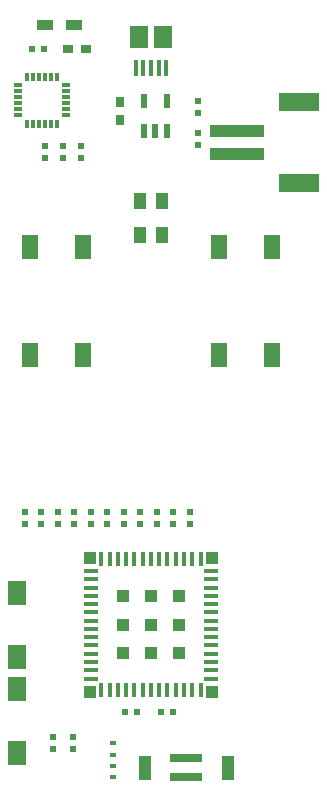
<source format=gtp>
G75*
G70*
%OFA0B0*%
%FSLAX24Y24*%
%IPPOS*%
%LPD*%
%AMOC8*
5,1,8,0,0,1.08239X$1,22.5*
%
%ADD10R,0.0220X0.0500*%
%ADD11R,0.0551X0.0354*%
%ADD12R,0.0354X0.0315*%
%ADD13R,0.0236X0.0236*%
%ADD14R,0.0315X0.0354*%
%ADD15R,0.1811X0.0394*%
%ADD16R,0.1339X0.0630*%
%ADD17R,0.0315X0.0118*%
%ADD18R,0.0118X0.0315*%
%ADD19R,0.0157X0.0531*%
%ADD20R,0.0591X0.0748*%
%ADD21R,0.0472X0.0138*%
%ADD22R,0.0138X0.0472*%
%ADD23R,0.0394X0.0394*%
%ADD24R,0.0394X0.0787*%
%ADD25R,0.1102X0.0315*%
%ADD26R,0.0240X0.0180*%
%ADD27R,0.0551X0.0827*%
%ADD28R,0.0433X0.0551*%
%ADD29R,0.0630X0.0787*%
D10*
X006036Y022558D03*
X006406Y022558D03*
X006776Y022558D03*
X006776Y023578D03*
X006036Y023578D03*
D11*
X003677Y026115D03*
X002732Y026115D03*
D12*
X003480Y025289D03*
X004080Y025289D03*
D13*
X002680Y025289D03*
X002280Y025289D03*
X002720Y022079D03*
X002720Y021679D03*
X003320Y021679D03*
X003320Y022079D03*
X003910Y022079D03*
X003910Y021679D03*
X007830Y022099D03*
X007830Y022499D03*
X007830Y023169D03*
X007830Y023569D03*
X007550Y009859D03*
X007550Y009459D03*
X007000Y009459D03*
X007000Y009859D03*
X006450Y009859D03*
X006450Y009459D03*
X005900Y009459D03*
X005900Y009859D03*
X005350Y009859D03*
X005350Y009459D03*
X004800Y009459D03*
X004800Y009859D03*
X004250Y009859D03*
X004250Y009459D03*
X003700Y009459D03*
X003700Y009859D03*
X003150Y009859D03*
X003150Y009459D03*
X002600Y009459D03*
X002600Y009859D03*
X002050Y009859D03*
X002050Y009459D03*
X005400Y003209D03*
X005800Y003209D03*
X006600Y003209D03*
X007000Y003209D03*
X003650Y002359D03*
X003650Y001959D03*
X003000Y001959D03*
X003000Y002359D03*
D14*
X005230Y022949D03*
X005230Y023549D03*
D15*
X009142Y022577D03*
X009142Y021790D03*
D16*
X011189Y020845D03*
X011189Y023522D03*
D17*
X003412Y023495D03*
X003412Y023692D03*
X003412Y023888D03*
X003412Y024085D03*
X003412Y023298D03*
X003412Y023101D03*
X001837Y023101D03*
X001837Y023298D03*
X001837Y023495D03*
X001837Y023692D03*
X001837Y023888D03*
X001837Y024085D03*
D18*
X002133Y024381D03*
X002330Y024381D03*
X002526Y024381D03*
X002723Y024381D03*
X002920Y024381D03*
X003117Y024381D03*
X003117Y022806D03*
X002920Y022806D03*
X002723Y022806D03*
X002526Y022806D03*
X002330Y022806D03*
X002133Y022806D03*
D19*
X005744Y024655D03*
X006000Y024655D03*
X006256Y024655D03*
X006511Y024655D03*
X006767Y024655D03*
D20*
X006649Y025709D03*
X005862Y025705D03*
D21*
X004267Y007900D03*
X004267Y007624D03*
X004267Y007349D03*
X004267Y007073D03*
X004267Y006797D03*
X004267Y006522D03*
X004267Y006246D03*
X004267Y005971D03*
X004267Y005695D03*
X004267Y005420D03*
X004267Y005144D03*
X004267Y004868D03*
X004267Y004593D03*
X004267Y004317D03*
X008244Y004317D03*
X008244Y004593D03*
X008244Y004868D03*
X008244Y005144D03*
X008244Y005420D03*
X008244Y005695D03*
X008244Y005971D03*
X008244Y006246D03*
X008244Y006522D03*
X008244Y006797D03*
X008244Y007073D03*
X008244Y007349D03*
X008244Y007624D03*
X008244Y007900D03*
D22*
X007909Y008294D03*
X007633Y008294D03*
X007358Y008294D03*
X007082Y008294D03*
X006807Y008294D03*
X006531Y008294D03*
X006256Y008294D03*
X005980Y008294D03*
X005704Y008294D03*
X005429Y008294D03*
X005153Y008294D03*
X004878Y008294D03*
X004602Y008294D03*
X004602Y003923D03*
X004878Y003923D03*
X005153Y003923D03*
X005429Y003923D03*
X005704Y003923D03*
X005980Y003923D03*
X006256Y003923D03*
X006531Y003923D03*
X006807Y003923D03*
X007082Y003923D03*
X007358Y003923D03*
X007633Y003923D03*
X007909Y003923D03*
D23*
X008283Y003884D03*
X007200Y005164D03*
X006256Y005164D03*
X006256Y006109D03*
X006256Y007053D03*
X007200Y007053D03*
X007200Y006109D03*
X005311Y006109D03*
X005311Y007053D03*
X004228Y008333D03*
X005311Y005164D03*
X004228Y003884D03*
X008283Y008333D03*
D24*
X008815Y001349D03*
X006059Y001349D03*
D25*
X007437Y001028D03*
X007437Y001670D03*
D26*
X004986Y001779D03*
X004986Y002159D03*
X004986Y001399D03*
X004986Y001019D03*
D27*
X003992Y015109D03*
X002220Y015109D03*
X002220Y018692D03*
X003992Y018692D03*
X008519Y018692D03*
X010291Y018692D03*
X010291Y015109D03*
X008519Y015109D03*
D28*
X006610Y019085D03*
X005901Y019085D03*
X005901Y020227D03*
X006610Y020227D03*
D29*
X001800Y001846D03*
X001800Y003971D03*
X001800Y005046D03*
X001800Y007171D03*
M02*

</source>
